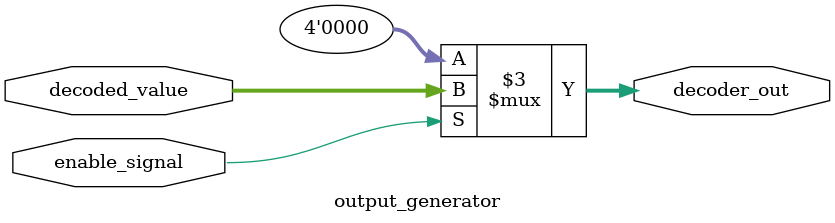
<source format=sv>
module async_decoder_en (
    input      [1:0] addr,
    input            enable,
    output     [3:0] decode_out
);
    
    wire [3:0] decoder_value;
    wire       enable_signal;
    
    // Instantiate address decoder submodule
    addr_decoder addr_decoder_inst (
        .addr_in       (addr),
        .decoded_value (decoder_value)
    );
    
    // Instantiate enable control submodule
    enable_controller enable_ctrl_inst (
        .enable_in     (enable),
        .enable_out    (enable_signal)
    );
    
    // Instantiate output generator submodule
    output_generator output_gen_inst (
        .decoded_value (decoder_value),
        .enable_signal (enable_signal),
        .decoder_out   (decode_out)
    );
    
endmodule

//===================================================================
// Module: addr_decoder
// Description: Converts 2-bit address to one-hot encoding
//===================================================================
module addr_decoder (
    input      [1:0] addr_in,
    output reg [3:0] decoded_value
);
    
    always @(*) begin
        decoded_value = 4'b0001 << addr_in;
    end
    
endmodule

//===================================================================
// Module: enable_controller
// Description: Manages the enable signal with potential for future expansion
//===================================================================
module enable_controller (
    input      enable_in,
    output     enable_out
);
    
    assign enable_out = enable_in;
    
endmodule

//===================================================================
// Module: output_generator
// Description: Generates final output based on decoder value and enable signal
//===================================================================
module output_generator #(
    parameter WIDTH = 4
)(
    input      [WIDTH-1:0] decoded_value,
    input                  enable_signal,
    output reg [WIDTH-1:0] decoder_out
);
    
    always @(*) begin
        if (enable_signal) begin
            decoder_out = decoded_value;
        end
        else begin
            decoder_out = {WIDTH{1'b0}};
        end
    end
    
endmodule
</source>
